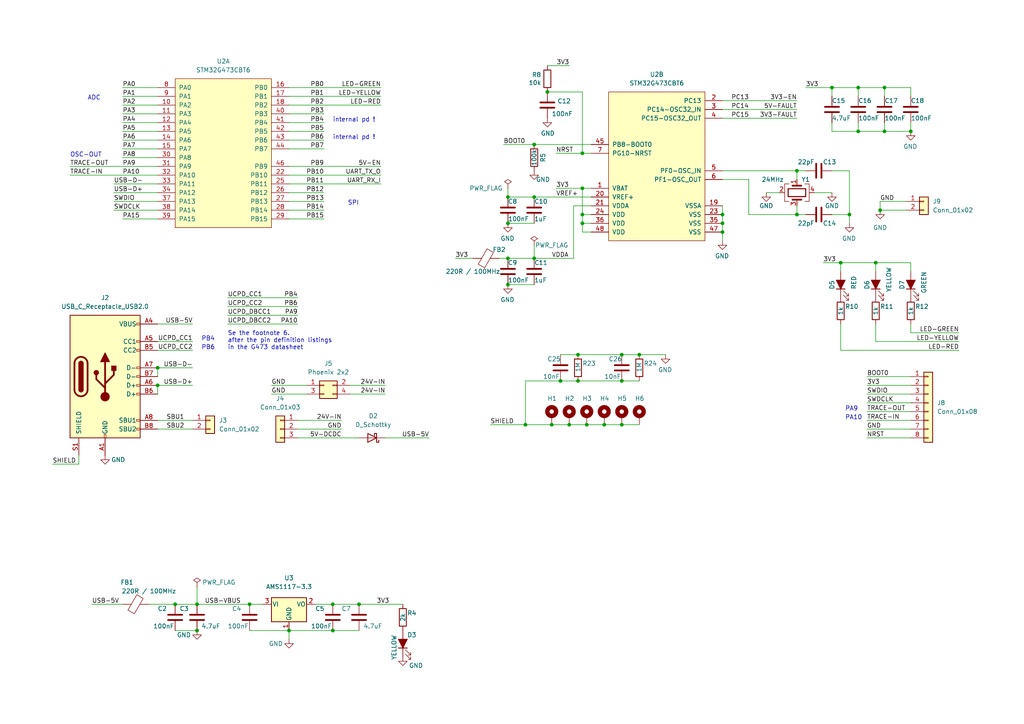
<source format=kicad_sch>
(kicad_sch (version 20211123) (generator eeschema)
  (paper "A4")
  (lib_symbols
    (symbol "Connector:USB_C_Receptacle_USB2.0" (pin_names (offset 1.016))
      (property "Reference" "J" (at -10.16 19.05 0))
      (property "Value" "USB_C_Receptacle_USB2.0" (at 19.05 19.05 0))
      (symbol "USB_C_Receptacle_USB2.0_0_0"
        (rectangle (start -0.254 -17.78) (end 0.254 -16.764))
        (rectangle (start 10.16 -14.986) (end 9.144 -15.494))
        (rectangle (start 10.16 -12.446) (end 9.144 -12.954))
        (rectangle (start 10.16 -4.826) (end 9.144 -5.334))
        (rectangle (start 10.16 -2.286) (end 9.144 -2.794))
        (rectangle (start 10.16 0.254) (end 9.144 -0.254))
        (rectangle (start 10.16 2.794) (end 9.144 2.286))
        (rectangle (start 10.16 7.874) (end 9.144 7.366))
        (rectangle (start 10.16 10.414) (end 9.144 9.906))
        (rectangle (start 10.16 15.494) (end 9.144 14.986))
      )
      (symbol "USB_C_Receptacle_USB2.0_0_1"
        (rectangle (start -10.16 17.78) (end 10.16 -17.78) (stroke (width 0.254)) (fill (type background)))
        (arc (start -8.89 -3.81) (mid -6.985 -5.715) (end -5.08 -3.81) (stroke (width 0.508)))
        (arc (start -7.62 -3.81) (mid -6.985 -4.445) (end -6.35 -3.81) (stroke (width 0.254)))
        (arc (start -7.62 -3.81) (mid -6.985 -4.445) (end -6.35 -3.81) (stroke (width 0.254)) (fill (type outline)))
        (rectangle (start -7.62 -3.81) (end -6.35 3.81) (stroke (width 0.254)) (fill (type outline)))
        (arc (start -6.35 3.81) (mid -6.985 4.445) (end -7.62 3.81) (stroke (width 0.254)))
        (arc (start -6.35 3.81) (mid -6.985 4.445) (end -7.62 3.81) (stroke (width 0.254)) (fill (type outline)))
        (arc (start -5.08 3.81) (mid -6.985 5.715) (end -8.89 3.81) (stroke (width 0.508)))
        (circle (center -2.54 1.143) (radius 0.635) (stroke (width 0.254)) (fill (type outline)))
        (circle (center 0 -5.842) (radius 1.27) (fill (type outline)))
        (polyline (pts (xy -8.89 -3.81) (xy -8.89 3.81)) (stroke (width 0.508)))
        (polyline (pts (xy -5.08 3.81) (xy -5.08 -3.81)) (stroke (width 0.508)))
        (polyline (pts (xy 0 -5.842) (xy 0 4.318)) (stroke (width 0.508)))
        (polyline (pts (xy 0 -3.302) (xy -2.54 -0.762) (xy -2.54 0.508)) (stroke (width 0.508)))
        (polyline (pts (xy 0 -2.032) (xy 2.54 0.508) (xy 2.54 1.778)) (stroke (width 0.508)))
        (polyline (pts (xy -1.27 4.318) (xy 0 6.858) (xy 1.27 4.318) (xy -1.27 4.318)) (stroke (width 0.254)) (fill (type outline)))
        (rectangle (start 1.905 1.778) (end 3.175 3.048) (stroke (width 0.254)) (fill (type outline)))
      )
      (symbol "USB_C_Receptacle_USB2.0_1_1"
        (pin passive line (at 0 -22.86 90) (length 5.08) (name "GND") (number "A1"))
        (pin passive line (at 0 -22.86 90) (length 5.08) hide (name "GND") (number "A12"))
        (pin passive line (at 15.24 15.24 180) (length 5.08) (name "VBUS") (number "A4"))
        (pin bidirectional line (at 15.24 10.16 180) (length 5.08) (name "CC1") (number "A5"))
        (pin bidirectional line (at 15.24 -2.54 180) (length 5.08) (name "D+") (number "A6"))
        (pin bidirectional line (at 15.24 2.54 180) (length 5.08) (name "D-") (number "A7"))
        (pin bidirectional line (at 15.24 -12.7 180) (length 5.08) (name "SBU1") (number "A8"))
        (pin passive line (at 15.24 15.24 180) (length 5.08) hide (name "VBUS") (number "A9"))
        (pin passive line (at 0 -22.86 90) (length 5.08) hide (name "GND") (number "B1"))
        (pin passive line (at 0 -22.86 90) (length 5.08) hide (name "GND") (number "B12"))
        (pin passive line (at 15.24 15.24 180) (length 5.08) hide (name "VBUS") (number "B4"))
        (pin bidirectional line (at 15.24 7.62 180) (length 5.08) (name "CC2") (number "B5"))
        (pin bidirectional line (at 15.24 -5.08 180) (length 5.08) (name "D+") (number "B6"))
        (pin bidirectional line (at 15.24 0 180) (length 5.08) (name "D-") (number "B7"))
        (pin bidirectional line (at 15.24 -15.24 180) (length 5.08) (name "SBU2") (number "B8"))
        (pin passive line (at 15.24 15.24 180) (length 5.08) hide (name "VBUS") (number "B9"))
        (pin passive line (at -7.62 -22.86 90) (length 5.08) (name "SHIELD") (number "S1"))
      )
    )
    (symbol "Connector_Generic:Conn_01x02" (pin_names (offset 1.016) hide)
      (property "Reference" "J" (at 0 2.54 0))
      (property "Value" "Conn_01x02" (at 0 -5.08 0))
      (symbol "Conn_01x02_1_1"
        (rectangle (start -1.27 -2.413) (end 0 -2.667) (stroke (width 0.1524)))
        (rectangle (start -1.27 0.127) (end 0 -0.127) (stroke (width 0.1524)))
        (rectangle (start -1.27 1.27) (end 1.27 -3.81) (stroke (width 0.254)) (fill (type background)))
        (pin passive line (at -5.08 0 0) (length 3.81) (name "Pin_1") (number "1"))
        (pin passive line (at -5.08 -2.54 0) (length 3.81) (name "Pin_2") (number "2"))
      )
    )
    (symbol "Connector_Generic:Conn_01x03" (pin_names (offset 1.016) hide)
      (property "Reference" "J" (at 0 5.08 0))
      (property "Value" "Conn_01x03" (at 0 -5.08 0))
      (symbol "Conn_01x03_1_1"
        (rectangle (start -1.27 -2.413) (end 0 -2.667) (stroke (width 0.1524)))
        (rectangle (start -1.27 0.127) (end 0 -0.127) (stroke (width 0.1524)))
        (rectangle (start -1.27 2.667) (end 0 2.413) (stroke (width 0.1524)))
        (rectangle (start -1.27 3.81) (end 1.27 -3.81) (stroke (width 0.254)) (fill (type background)))
        (pin passive line (at -5.08 2.54 0) (length 3.81) (name "Pin_1") (number "1"))
        (pin passive line (at -5.08 0 0) (length 3.81) (name "Pin_2") (number "2"))
        (pin passive line (at -5.08 -2.54 0) (length 3.81) (name "Pin_3") (number "3"))
      )
    )
    (symbol "Connector_Generic:Conn_01x08" (pin_names (offset 1.016) hide)
      (property "Reference" "J" (at 0 10.16 0))
      (property "Value" "Conn_01x08" (at 0 -12.7 0))
      (symbol "Conn_01x08_1_1"
        (rectangle (start -1.27 -10.033) (end 0 -10.287) (stroke (width 0.1524)))
        (rectangle (start -1.27 -7.493) (end 0 -7.747) (stroke (width 0.1524)))
        (rectangle (start -1.27 -4.953) (end 0 -5.207) (stroke (width 0.1524)))
        (rectangle (start -1.27 -2.413) (end 0 -2.667) (stroke (width 0.1524)))
        (rectangle (start -1.27 0.127) (end 0 -0.127) (stroke (width 0.1524)))
        (rectangle (start -1.27 2.667) (end 0 2.413) (stroke (width 0.1524)))
        (rectangle (start -1.27 5.207) (end 0 4.953) (stroke (width 0.1524)))
        (rectangle (start -1.27 7.747) (end 0 7.493) (stroke (width 0.1524)))
        (rectangle (start -1.27 8.89) (end 1.27 -11.43) (stroke (width 0.254)) (fill (type background)))
        (pin passive line (at -5.08 7.62 0) (length 3.81) (name "Pin_1") (number "1"))
        (pin passive line (at -5.08 5.08 0) (length 3.81) (name "Pin_2") (number "2"))
        (pin passive line (at -5.08 2.54 0) (length 3.81) (name "Pin_3") (number "3"))
        (pin passive line (at -5.08 0 0) (length 3.81) (name "Pin_4") (number "4"))
        (pin passive line (at -5.08 -2.54 0) (length 3.81) (name "Pin_5") (number "5"))
        (pin passive line (at -5.08 -5.08 0) (length 3.81) (name "Pin_6") (number "6"))
        (pin passive line (at -5.08 -7.62 0) (length 3.81) (name "Pin_7") (number "7"))
        (pin passive line (at -5.08 -10.16 0) (length 3.81) (name "Pin_8") (number "8"))
      )
    )
    (symbol "Connector_Generic:Conn_02x02_Odd_Even" (pin_names (offset 1.016) hide)
      (property "Reference" "J" (at 1.27 2.54 0))
      (property "Value" "Conn_02x02_Odd_Even" (at 1.27 -5.08 0))
      (symbol "Conn_02x02_Odd_Even_1_1"
        (rectangle (start -1.27 -2.413) (end 0 -2.667) (stroke (width 0.1524)))
        (rectangle (start -1.27 0.127) (end 0 -0.127) (stroke (width 0.1524)))
        (rectangle (start -1.27 1.27) (end 3.81 -3.81) (stroke (width 0.254)) (fill (type background)))
        (rectangle (start 3.81 -2.413) (end 2.54 -2.667) (stroke (width 0.1524)))
        (rectangle (start 3.81 0.127) (end 2.54 -0.127) (stroke (width 0.1524)))
        (pin passive line (at -5.08 0 0) (length 3.81) (name "Pin_1") (number "1"))
        (pin passive line (at 7.62 0 180) (length 3.81) (name "Pin_2") (number "2"))
        (pin passive line (at -5.08 -2.54 0) (length 3.81) (name "Pin_3") (number "3"))
        (pin passive line (at 7.62 -2.54 180) (length 3.81) (name "Pin_4") (number "4"))
      )
    )
    (symbol "Device:C" (pin_numbers hide) (pin_names (offset 0.254))
      (property "Reference" "C" (at 0.635 2.54 0))
      (property "Value" "C" (at 0.635 -2.54 0))
      (symbol "C_0_1"
        (polyline (pts (xy -2.032 -0.762) (xy 2.032 -0.762)) (stroke (width 0.508)))
        (polyline (pts (xy -2.032 0.762) (xy 2.032 0.762)) (stroke (width 0.508)))
      )
      (symbol "C_1_1"
        (pin passive line (at 0 3.81 270) (length 2.794) (name "~") (number "1"))
        (pin passive line (at 0 -3.81 90) (length 2.794) (name "~") (number "2"))
      )
    )
    (symbol "Device:Crystal_GND24" (pin_names (offset 1.016) hide)
      (property "Reference" "Y" (at 3.175 5.08 0))
      (property "Value" "Crystal_GND24" (at 3.175 3.175 0))
      (symbol "Crystal_GND24_0_1"
        (rectangle (start -1.143 2.54) (end 1.143 -2.54) (stroke (width 0.3048)))
        (polyline (pts (xy -2.54 0) (xy -2.032 0)))
        (polyline (pts (xy -2.032 -1.27) (xy -2.032 1.27)) (stroke (width 0.508)))
        (polyline (pts (xy 0 -3.81) (xy 0 -3.556)))
        (polyline (pts (xy 0 3.556) (xy 0 3.81)))
        (polyline (pts (xy 2.032 -1.27) (xy 2.032 1.27)) (stroke (width 0.508)))
        (polyline (pts (xy 2.032 0) (xy 2.54 0)))
        (polyline (pts (xy -2.54 -2.286) (xy -2.54 -3.556) (xy 2.54 -3.556) (xy 2.54 -2.286)))
        (polyline (pts (xy -2.54 2.286) (xy -2.54 3.556) (xy 2.54 3.556) (xy 2.54 2.286)))
      )
      (symbol "Crystal_GND24_1_1"
        (pin passive line (at -3.81 0 0) (length 1.27) (name "1") (number "1"))
        (pin passive line (at 0 5.08 270) (length 1.27) (name "2") (number "2"))
        (pin passive line (at 3.81 0 180) (length 1.27) (name "3") (number "3"))
        (pin passive line (at 0 -5.08 90) (length 1.27) (name "4") (number "4"))
      )
    )
    (symbol "Device:D_Schottky" (pin_numbers hide) (pin_names (offset 1.016) hide)
      (property "Reference" "D" (at 0 2.54 0))
      (property "Value" "D_Schottky" (at 0 -2.54 0))
      (symbol "D_Schottky_0_1"
        (polyline (pts (xy 1.27 0) (xy -1.27 0)))
        (polyline (pts (xy 1.27 1.27) (xy 1.27 -1.27) (xy -1.27 0) (xy 1.27 1.27)) (stroke (width 0.254)))
        (polyline (pts (xy -1.905 0.635) (xy -1.905 1.27) (xy -1.27 1.27) (xy -1.27 -1.27) (xy -0.635 -1.27) (xy -0.635 -0.635)) (stroke (width 0.254)))
      )
      (symbol "D_Schottky_1_1"
        (pin passive line (at -3.81 0 0) (length 2.54) (name "K") (number "1"))
        (pin passive line (at 3.81 0 180) (length 2.54) (name "A") (number "2"))
      )
    )
    (symbol "Device:FerriteBead" (pin_numbers hide) (pin_names (offset 0))
      (property "Reference" "FB" (at -3.81 0.635 90))
      (property "Value" "FerriteBead" (at 3.81 0 90))
      (symbol "FerriteBead_0_1"
        (polyline (pts (xy 0 -1.27) (xy 0 -1.2192)))
        (polyline (pts (xy 0 1.27) (xy 0 1.2954)))
        (polyline (pts (xy -2.7686 0.4064) (xy -1.7018 2.2606) (xy 2.7686 -0.3048) (xy 1.6764 -2.159) (xy -2.7686 0.4064)))
      )
      (symbol "FerriteBead_1_1"
        (pin passive line (at 0 3.81 270) (length 2.54) (name "~") (number "1"))
        (pin passive line (at 0 -3.81 90) (length 2.54) (name "~") (number "2"))
      )
    )
    (symbol "Device:LED_Filled" (pin_numbers hide) (pin_names (offset 1.016) hide)
      (property "Reference" "D" (at 0 2.54 0))
      (property "Value" "LED_Filled" (at 0 -2.54 0))
      (symbol "LED_Filled_0_1"
        (polyline (pts (xy -1.27 -1.27) (xy -1.27 1.27)) (stroke (width 0.254)))
        (polyline (pts (xy -1.27 0) (xy 1.27 0)))
        (polyline (pts (xy 1.27 -1.27) (xy 1.27 1.27) (xy -1.27 0) (xy 1.27 -1.27)) (stroke (width 0.254)) (fill (type outline)))
        (polyline (pts (xy -3.048 -0.762) (xy -4.572 -2.286) (xy -3.81 -2.286) (xy -4.572 -2.286) (xy -4.572 -1.524)))
        (polyline (pts (xy -1.778 -0.762) (xy -3.302 -2.286) (xy -2.54 -2.286) (xy -3.302 -2.286) (xy -3.302 -1.524)))
      )
      (symbol "LED_Filled_1_1"
        (pin passive line (at -3.81 0 0) (length 2.54) (name "K") (number "1"))
        (pin passive line (at 3.81 0 180) (length 2.54) (name "A") (number "2"))
      )
    )
    (symbol "Device:R" (pin_numbers hide) (pin_names (offset 0))
      (property "Reference" "R" (at 2.032 0 90))
      (property "Value" "R" (at 0 0 90))
      (symbol "R_0_1"
        (rectangle (start -1.016 -2.54) (end 1.016 2.54) (stroke (width 0.254)))
      )
      (symbol "R_1_1"
        (pin passive line (at 0 3.81 270) (length 1.27) (name "~") (number "1"))
        (pin passive line (at 0 -3.81 90) (length 1.27) (name "~") (number "2"))
      )
    )
    (symbol "Mechanical:MountingHole_Pad" (pin_numbers hide) (pin_names (offset 1.016) hide)
      (property "Reference" "H" (at 0 6.35 0))
      (property "Value" "MountingHole_Pad" (at 0 4.445 0))
      (symbol "MountingHole_Pad_0_1"
        (circle (center 0 1.27) (radius 1.27) (stroke (width 1.27)))
      )
      (symbol "MountingHole_Pad_1_1"
        (pin input line (at 0 -2.54 90) (length 2.54) (name "1") (number "1"))
      )
    )
    (symbol "Regulator_Linear:AMS1117-3.3" (pin_names (offset 0.254))
      (property "Reference" "U" (at -3.81 3.175 0))
      (property "Value" "AMS1117-3.3" (at 0 3.175 0))
      (symbol "AMS1117-3.3_0_1"
        (rectangle (start -5.08 -5.08) (end 5.08 1.905) (stroke (width 0.254)) (fill (type background)))
      )
      (symbol "AMS1117-3.3_1_1"
        (pin power_in line (at 0 -7.62 90) (length 2.54) (name "GND") (number "1"))
        (pin power_out line (at 7.62 0 180) (length 2.54) (name "VO") (number "2"))
        (pin power_in line (at -7.62 0 0) (length 2.54) (name "VI") (number "3"))
      )
    )
    (symbol "power:GND" (power) (pin_names (offset 0))
      (property "Value" "GND" (at 0 -3.81 0))
      (symbol "GND_0_1"
        (polyline (pts (xy 0 0) (xy 0 -1.27) (xy 1.27 -1.27) (xy 0 -2.54) (xy -1.27 -1.27) (xy 0 -1.27)))
      )
      (symbol "GND_1_1"
        (pin power_in line (at 0 0 270) (length 0) hide (name "GND") (number "1"))
      )
    )
    (symbol "power:PWR_FLAG" (power) (pin_numbers hide) (pin_names (offset 0) hide)
      (property "Value" "PWR_FLAG" (at 0 3.81 0))
      (symbol "PWR_FLAG_0_0"
        (pin power_out line (at 0 0 90) (length 0) (name "pwr") (number "1"))
      )
      (symbol "PWR_FLAG_0_1"
        (polyline (pts (xy 0 0) (xy 0 1.27) (xy -1.016 1.905) (xy 0 2.54) (xy 1.016 1.905) (xy 0 1.27)))
      )
    )
    (symbol "wittmann:STM32G473CBT6" (pin_names (offset 1.016))
      (property "Reference" "U" (at 7.62 5.08 0))
      (property "Value" "STM32G473CBT6" (at 17.78 5.08 0))
      (symbol "STM32G473CBT6_0_1"
        (rectangle (start 5.08 2.54) (end 33.02 -40.64) (fill (type background)))
      )
      (symbol "STM32G473CBT6_1_1"
        (pin passive line (at 0 -5.08 0) (length 5.08) (name "PA2") (number "10"))
        (pin passive line (at 0 -7.62 0) (length 5.08) (name "PA3") (number "11"))
        (pin passive line (at 0 -10.16 0) (length 5.08) (name "PA4") (number "12"))
        (pin passive line (at 0 -12.7 0) (length 5.08) (name "PA5") (number "13"))
        (pin passive line (at 0 -15.24 0) (length 5.08) (name "PA6") (number "14"))
        (pin passive line (at 0 -17.78 0) (length 5.08) (name "PA7") (number "15"))
        (pin passive line (at 38.1 0 180) (length 5.08) (name "PB0") (number "16"))
        (pin passive line (at 38.1 -2.54 180) (length 5.08) (name "PB1") (number "17"))
        (pin passive line (at 38.1 -5.08 180) (length 5.08) (name "PB2") (number "18"))
        (pin passive line (at 38.1 -25.4 180) (length 5.08) (name "PB10") (number "22"))
        (pin passive line (at 38.1 -27.94 180) (length 5.08) (name "PB11") (number "25"))
        (pin passive line (at 38.1 -30.48 180) (length 5.08) (name "PB12") (number "26"))
        (pin passive line (at 38.1 -33.02 180) (length 5.08) (name "PB13") (number "27"))
        (pin passive line (at 38.1 -35.56 180) (length 5.08) (name "PB14") (number "28"))
        (pin passive line (at 38.1 -38.1 180) (length 5.08) (name "PB15") (number "29"))
        (pin passive line (at 0 -20.32 0) (length 5.08) (name "PA8") (number "30"))
        (pin passive line (at 0 -22.86 0) (length 5.08) (name "PA9") (number "31"))
        (pin passive line (at 0 -25.4 0) (length 5.08) (name "PA10") (number "32"))
        (pin passive line (at 0 -27.94 0) (length 5.08) (name "PA11") (number "33"))
        (pin passive line (at 0 -30.48 0) (length 5.08) (name "PA12") (number "34"))
        (pin passive line (at 0 -33.02 0) (length 5.08) (name "PA13") (number "37"))
        (pin passive line (at 0 -35.56 0) (length 5.08) (name "PA14") (number "38"))
        (pin passive line (at 0 -38.1 0) (length 5.08) (name "PA15") (number "39"))
        (pin passive line (at 38.1 -7.62 180) (length 5.08) (name "PB3") (number "40"))
        (pin passive line (at 38.1 -10.16 180) (length 5.08) (name "PB4") (number "41"))
        (pin passive line (at 38.1 -12.7 180) (length 5.08) (name "PB5") (number "42"))
        (pin passive line (at 38.1 -15.24 180) (length 5.08) (name "PB6") (number "43"))
        (pin passive line (at 38.1 -17.78 180) (length 5.08) (name "PB7") (number "44"))
        (pin passive line (at 38.1 -22.86 180) (length 5.08) (name "PB9") (number "46"))
        (pin passive line (at 0 0 0) (length 5.08) (name "PA0") (number "8"))
        (pin passive line (at 0 -2.54 0) (length 5.08) (name "PA1") (number "9"))
      )
      (symbol "STM32G473CBT6_2_1"
        (pin power_in line (at 0 -25.4 0) (length 5.08) (name "VBAT") (number "1"))
        (pin power_in line (at 38.1 -30.48 180) (length 5.08) (name "VSSA") (number "19"))
        (pin passive line (at 38.1 0 180) (length 5.08) (name "PC13") (number "2"))
        (pin power_in line (at 0 -27.94 0) (length 5.08) (name "VREF+") (number "20"))
        (pin power_in line (at 0 -30.48 0) (length 5.08) (name "VDDA") (number "21"))
        (pin power_in line (at 38.1 -33.02 180) (length 5.08) (name "VSS") (number "23"))
        (pin power_in line (at 0 -33.02 0) (length 5.08) (name "VDD") (number "24"))
        (pin passive line (at 38.1 -2.54 180) (length 5.08) (name "PC14-OSC32_IN") (number "3"))
        (pin power_in line (at 38.1 -35.56 180) (length 5.08) (name "VSS") (number "35"))
        (pin power_in line (at 0 -35.56 0) (length 5.08) (name "VDD") (number "36"))
        (pin passive line (at 38.1 -5.08 180) (length 5.08) (name "PC15-OSC32_OUT") (number "4"))
        (pin passive line (at 0 -12.7 0) (length 5.08) (name "PB8-BOOT0") (number "45"))
        (pin power_in line (at 38.1 -38.1 180) (length 5.08) (name "VSS") (number "47"))
        (pin power_in line (at 0 -38.1 0) (length 5.08) (name "VDD") (number "48"))
        (pin passive line (at 38.1 -20.32 180) (length 5.08) (name "PF0-OSC_IN") (number "5"))
        (pin passive line (at 38.1 -22.86 180) (length 5.08) (name "PF1-OSC_OUT") (number "6"))
        (pin passive line (at 0 -15.24 0) (length 5.08) (name "PG10-NRST") (number "7"))
      )
    )
  )
  (junction (at 168.91 64.77))
  (junction (at 72.39 175.26))
  (junction (at 57.15 182.88))
  (junction (at 256.54 25.4))
  (junction (at 180.34 102.87))
  (junction (at 152.4 123.19))
  (junction (at 154.94 57.15))
  (junction (at 246.38 62.23))
  (junction (at 254 76.2))
  (junction (at 231.14 62.23))
  (junction (at 158.75 26.67))
  (junction (at 167.64 110.49))
  (junction (at 255.27 60.96))
  (junction (at 162.56 110.49))
  (junction (at 147.32 82.55))
  (junction (at 154.94 74.93))
  (junction (at 104.14 175.26))
  (junction (at 45.72 111.76))
  (junction (at 170.18 123.19))
  (junction (at 167.64 102.87))
  (junction (at 45.72 106.68))
  (junction (at 165.1 123.19))
  (junction (at 209.55 62.23))
  (junction (at 147.32 74.93))
  (junction (at 185.42 102.87))
  (junction (at 180.34 110.49))
  (junction (at 50.8 175.26))
  (junction (at 168.91 62.23))
  (junction (at 147.32 64.77))
  (junction (at 96.52 175.26))
  (junction (at 96.52 182.88))
  (junction (at 209.55 67.31))
  (junction (at 168.91 54.61))
  (junction (at 160.02 123.19))
  (junction (at 57.15 175.26))
  (junction (at 264.16 38.1))
  (junction (at 147.32 57.15))
  (junction (at 256.54 38.1))
  (junction (at 180.34 123.19))
  (junction (at 241.3 25.4))
  (junction (at 209.55 64.77))
  (junction (at 154.94 41.91))
  (junction (at 243.84 76.2))
  (junction (at 168.91 44.45))
  (junction (at 248.92 25.4))
  (junction (at 248.92 38.1))
  (junction (at 175.26 123.19))
  (junction (at 231.14 49.53))
  (junction (at 83.82 182.88))
  (wire (pts (xy 241.3 25.4) (xy 248.92 25.4)))
  (wire (pts (xy 83.82 27.94) (xy 110.49 27.94)))
  (wire (pts (xy 217.17 52.07) (xy 209.55 52.07)))
  (wire (pts (xy 231.14 49.53) (xy 233.68 49.53)))
  (wire (pts (xy 222.25 55.88) (xy 226.06 55.88)))
  (wire (pts (xy 256.54 25.4) (xy 248.92 25.4)))
  (wire (pts (xy 185.42 110.49) (xy 180.34 110.49)))
  (wire (pts (xy 83.82 50.8) (xy 110.49 50.8)))
  (wire (pts (xy 33.02 53.34) (xy 45.72 53.34)))
  (wire (pts (xy 167.64 110.49) (xy 162.56 110.49)))
  (wire (pts (xy 251.46 121.92) (xy 264.16 121.92)))
  (wire (pts (xy 162.56 102.87) (xy 167.64 102.87)))
  (wire (pts (xy 209.55 64.77) (xy 209.55 67.31)))
  (wire (pts (xy 43.18 175.26) (xy 50.8 175.26)))
  (wire (pts (xy 35.56 45.72) (xy 45.72 45.72)))
  (wire (pts (xy 171.45 67.31) (xy 168.91 67.31)))
  (wire (pts (xy 243.84 101.6) (xy 278.13 101.6)))
  (wire (pts (xy 86.36 127) (xy 104.14 127)))
  (wire (pts (xy 251.46 114.3) (xy 264.16 114.3)))
  (wire (pts (xy 35.56 43.18) (xy 45.72 43.18)))
  (wire (pts (xy 20.32 48.26) (xy 45.72 48.26)))
  (wire (pts (xy 147.32 64.77) (xy 154.94 64.77)))
  (wire (pts (xy 132.08 74.93) (xy 137.16 74.93)))
  (wire (pts (xy 35.56 30.48) (xy 45.72 30.48)))
  (wire (pts (xy 35.56 40.64) (xy 45.72 40.64)))
  (wire (pts (xy 96.52 182.88) (xy 104.14 182.88)))
  (wire (pts (xy 180.34 123.19) (xy 185.42 123.19)))
  (wire (pts (xy 217.17 62.23) (xy 217.17 52.07)))
  (wire (pts (xy 256.54 35.56) (xy 256.54 38.1)))
  (wire (pts (xy 45.72 111.76) (xy 55.88 111.76)))
  (wire (pts (xy 35.56 63.5) (xy 45.72 63.5)))
  (wire (pts (xy 241.3 35.56) (xy 241.3 38.1)))
  (wire (pts (xy 241.3 49.53) (xy 246.38 49.53)))
  (wire (pts (xy 175.26 123.19) (xy 180.34 123.19)))
  (wire (pts (xy 111.76 127) (xy 124.46 127)))
  (wire (pts (xy 161.29 54.61) (xy 168.91 54.61)))
  (wire (pts (xy 264.16 93.98) (xy 264.16 96.52)))
  (wire (pts (xy 83.82 182.88) (xy 96.52 182.88)))
  (wire (pts (xy 83.82 63.5) (xy 93.98 63.5)))
  (wire (pts (xy 83.82 53.34) (xy 110.49 53.34)))
  (wire (pts (xy 246.38 62.23) (xy 241.3 62.23)))
  (wire (pts (xy 154.94 41.91) (xy 146.05 41.91)))
  (wire (pts (xy 99.06 121.92) (xy 86.36 121.92)))
  (wire (pts (xy 231.14 62.23) (xy 233.68 62.23)))
  (wire (pts (xy 209.55 59.69) (xy 209.55 62.23)))
  (wire (pts (xy 209.55 67.31) (xy 209.55 69.85)))
  (wire (pts (xy 45.72 101.6) (xy 55.88 101.6)))
  (wire (pts (xy 264.16 76.2) (xy 264.16 78.74)))
  (wire (pts (xy 231.14 49.53) (xy 231.14 52.07)))
  (wire (pts (xy 168.91 44.45) (xy 168.91 26.67)))
  (wire (pts (xy 83.82 185.42) (xy 83.82 182.88)))
  (wire (pts (xy 246.38 49.53) (xy 246.38 62.23)))
  (wire (pts (xy 248.92 27.94) (xy 248.92 25.4)))
  (wire (pts (xy 217.17 62.23) (xy 231.14 62.23)))
  (wire (pts (xy 101.6 111.76) (xy 111.76 111.76)))
  (wire (pts (xy 50.8 175.26) (xy 57.15 175.26)))
  (wire (pts (xy 180.34 102.87) (xy 185.42 102.87)))
  (wire (pts (xy 241.3 38.1) (xy 248.92 38.1)))
  (wire (pts (xy 243.84 76.2) (xy 243.84 78.74)))
  (wire (pts (xy 154.94 71.12) (xy 154.94 74.93)))
  (wire (pts (xy 264.16 25.4) (xy 256.54 25.4)))
  (wire (pts (xy 15.24 134.62) (xy 22.86 134.62)))
  (wire (pts (xy 160.02 123.19) (xy 165.1 123.19)))
  (wire (pts (xy 45.72 111.76) (xy 45.72 114.3)))
  (wire (pts (xy 251.46 109.22) (xy 264.16 109.22)))
  (wire (pts (xy 35.56 27.94) (xy 45.72 27.94)))
  (wire (pts (xy 236.22 55.88) (xy 241.3 55.88)))
  (wire (pts (xy 158.75 19.05) (xy 165.1 19.05)))
  (wire (pts (xy 254 76.2) (xy 264.16 76.2)))
  (wire (pts (xy 251.46 111.76) (xy 264.16 111.76)))
  (wire (pts (xy 66.04 86.36) (xy 86.36 86.36)))
  (wire (pts (xy 255.27 58.42) (xy 255.27 60.96)))
  (wire (pts (xy 20.32 50.8) (xy 45.72 50.8)))
  (wire (pts (xy 185.42 102.87) (xy 193.04 102.87)))
  (wire (pts (xy 168.91 26.67) (xy 158.75 26.67)))
  (wire (pts (xy 264.16 38.1) (xy 256.54 38.1)))
  (wire (pts (xy 83.82 60.96) (xy 93.98 60.96)))
  (wire (pts (xy 264.16 96.52) (xy 278.13 96.52)))
  (wire (pts (xy 241.3 25.4) (xy 233.68 25.4)))
  (wire (pts (xy 154.94 74.93) (xy 166.37 74.93)))
  (wire (pts (xy 33.02 60.96) (xy 45.72 60.96)))
  (wire (pts (xy 251.46 119.38) (xy 264.16 119.38)))
  (wire (pts (xy 83.82 43.18) (xy 93.98 43.18)))
  (wire (pts (xy 57.15 175.26) (xy 72.39 175.26)))
  (wire (pts (xy 168.91 54.61) (xy 168.91 62.23)))
  (wire (pts (xy 262.89 58.42) (xy 255.27 58.42)))
  (wire (pts (xy 165.1 123.19) (xy 170.18 123.19)))
  (wire (pts (xy 91.44 175.26) (xy 96.52 175.26)))
  (wire (pts (xy 243.84 93.98) (xy 243.84 101.6)))
  (wire (pts (xy 33.02 58.42) (xy 45.72 58.42)))
  (wire (pts (xy 83.82 33.02) (xy 93.98 33.02)))
  (wire (pts (xy 45.72 121.92) (xy 55.88 121.92)))
  (wire (pts (xy 248.92 35.56) (xy 248.92 38.1)))
  (wire (pts (xy 168.91 64.77) (xy 168.91 67.31)))
  (wire (pts (xy 251.46 116.84) (xy 264.16 116.84)))
  (wire (pts (xy 26.67 175.26) (xy 35.56 175.26)))
  (wire (pts (xy 83.82 30.48) (xy 110.49 30.48)))
  (wire (pts (xy 35.56 25.4) (xy 45.72 25.4)))
  (wire (pts (xy 147.32 82.55) (xy 154.94 82.55)))
  (wire (pts (xy 66.04 88.9) (xy 86.36 88.9)))
  (wire (pts (xy 45.72 124.46) (xy 55.88 124.46)))
  (wire (pts (xy 166.37 59.69) (xy 166.37 74.93)))
  (wire (pts (xy 154.94 57.15) (xy 171.45 57.15)))
  (wire (pts (xy 83.82 58.42) (xy 93.98 58.42)))
  (wire (pts (xy 171.45 64.77) (xy 168.91 64.77)))
  (wire (pts (xy 168.91 44.45) (xy 161.29 44.45)))
  (wire (pts (xy 83.82 38.1) (xy 93.98 38.1)))
  (wire (pts (xy 147.32 57.15) (xy 154.94 57.15)))
  (wire (pts (xy 209.55 34.29) (xy 231.14 34.29)))
  (wire (pts (xy 57.15 170.18) (xy 57.15 175.26)))
  (wire (pts (xy 209.55 31.75) (xy 231.14 31.75)))
  (wire (pts (xy 171.45 62.23) (xy 168.91 62.23)))
  (wire (pts (xy 243.84 76.2) (xy 254 76.2)))
  (wire (pts (xy 209.55 62.23) (xy 209.55 64.77)))
  (wire (pts (xy 83.82 40.64) (xy 93.98 40.64)))
  (wire (pts (xy 78.74 111.76) (xy 88.9 111.76)))
  (wire (pts (xy 264.16 35.56) (xy 264.16 38.1)))
  (wire (pts (xy 66.04 93.98) (xy 86.36 93.98)))
  (wire (pts (xy 256.54 38.1) (xy 248.92 38.1)))
  (wire (pts (xy 45.72 106.68) (xy 55.88 106.68)))
  (wire (pts (xy 72.39 175.26) (xy 76.2 175.26)))
  (wire (pts (xy 170.18 123.19) (xy 175.26 123.19)))
  (wire (pts (xy 254 76.2) (xy 254 78.74)))
  (wire (pts (xy 251.46 124.46) (xy 264.16 124.46)))
  (wire (pts (xy 254 93.98) (xy 254 99.06)))
  (wire (pts (xy 256.54 27.94) (xy 256.54 25.4)))
  (wire (pts (xy 209.55 29.21) (xy 231.14 29.21)))
  (wire (pts (xy 162.56 110.49) (xy 152.4 110.49)))
  (wire (pts (xy 147.32 74.93) (xy 154.94 74.93)))
  (wire (pts (xy 142.24 123.19) (xy 152.4 123.19)))
  (wire (pts (xy 152.4 110.49) (xy 152.4 123.19)))
  (wire (pts (xy 231.14 59.69) (xy 231.14 62.23)))
  (wire (pts (xy 22.86 132.08) (xy 22.86 134.62)))
  (wire (pts (xy 264.16 27.94) (xy 264.16 25.4)))
  (wire (pts (xy 35.56 38.1) (xy 45.72 38.1)))
  (wire (pts (xy 83.82 35.56) (xy 93.98 35.56)))
  (wire (pts (xy 78.74 114.3) (xy 88.9 114.3)))
  (wire (pts (xy 251.46 127) (xy 264.16 127)))
  (wire (pts (xy 72.39 182.88) (xy 83.82 182.88)))
  (wire (pts (xy 171.45 44.45) (xy 168.91 44.45)))
  (wire (pts (xy 254 99.06) (xy 278.13 99.06)))
  (wire (pts (xy 35.56 33.02) (xy 45.72 33.02)))
  (wire (pts (xy 171.45 54.61) (xy 168.91 54.61)))
  (wire (pts (xy 83.82 25.4) (xy 110.49 25.4)))
  (wire (pts (xy 83.82 55.88) (xy 93.98 55.88)))
  (wire (pts (xy 35.56 35.56) (xy 45.72 35.56)))
  (wire (pts (xy 167.64 102.87) (xy 180.34 102.87)))
  (wire (pts (xy 180.34 110.49) (xy 167.64 110.49)))
  (wire (pts (xy 83.82 48.26) (xy 110.49 48.26)))
  (wire (pts (xy 147.32 54.61) (xy 147.32 57.15)))
  (wire (pts (xy 33.02 55.88) (xy 45.72 55.88)))
  (wire (pts (xy 152.4 123.19) (xy 160.02 123.19)))
  (wire (pts (xy 101.6 114.3) (xy 111.76 114.3)))
  (wire (pts (xy 241.3 27.94) (xy 241.3 25.4)))
  (wire (pts (xy 255.27 60.96) (xy 262.89 60.96)))
  (wire (pts (xy 45.72 93.98) (xy 55.88 93.98)))
  (wire (pts (xy 66.04 91.44) (xy 86.36 91.44)))
  (wire (pts (xy 144.78 74.93) (xy 147.32 74.93)))
  (wire (pts (xy 96.52 175.26) (xy 104.14 175.26)))
  (wire (pts (xy 171.45 41.91) (xy 154.94 41.91)))
  (wire (pts (xy 45.72 106.68) (xy 45.72 109.22)))
  (wire (pts (xy 238.76 76.2) (xy 243.84 76.2)))
  (wire (pts (xy 45.72 99.06) (xy 55.88 99.06)))
  (wire (pts (xy 99.06 124.46) (xy 86.36 124.46)))
  (wire (pts (xy 209.55 49.53) (xy 231.14 49.53)))
  (wire (pts (xy 168.91 62.23) (xy 168.91 64.77)))
  (wire (pts (xy 171.45 59.69) (xy 166.37 59.69)))
  (wire (pts (xy 50.8 182.88) (xy 57.15 182.88)))
  (wire (pts (xy 104.14 175.26) (xy 116.84 175.26)))
  (wire (pts (xy 246.38 62.23) (xy 246.38 64.77)))
  (text "PB6" (at 58.42 101.6 0) (effects (font (size 1.27 1.27)) (justify left bottom)))
  (text "PB4" (at 58.42 99.06 0) (effects (font (size 1.27 1.27)) (justify left bottom)))
  (text "PA10" (at 245.11 121.92 0) (effects (font (size 1.27 1.27)) (justify left bottom)))
  (text "Se the footnote 6. \nafter the pin definition listings \nin the G473 datasheet" (at 66.04 101.6 0) (effects (font (size 1.27 1.27)) (justify left bottom)))
  (text "PA9" (at 245.11 119.38 0) (effects (font (size 1.27 1.27)) (justify left bottom)))
  (text "internal pd !" (at 96.52 35.56 0) (effects (font (size 1.27 1.27)) (justify left bottom)))
  (text "OSC-OUT" (at 20.32 45.72 0) (effects (font (size 1.27 1.27)) (justify left bottom)))
  (text "SPI" (at 104.14 59.69 180) (effects (font (size 1.27 1.27)) (justify right bottom)))
  (text "ADC" (at 29.21 29.21 180) (effects (font (size 1.27 1.27)) (justify right bottom)))
  (text "internal pd !" (at 96.52 40.64 0) (effects (font (size 1.27 1.27)) (justify left bottom)))
  (label "GND" (at 78.74 114.3 0))
  (label "USB-D-" (at 55.88 106.68 180))
  (label "PB11" (at 93.98 53.34 180))
  (label "3V3" (at 132.08 74.93 0))
  (label "LED-RED" (at 110.49 30.48 180))
  (label "PA6" (at 35.56 40.64 0))
  (label "5V-FAULT" (at 231.14 31.75 180))
  (label "SWDCLK" (at 33.02 60.96 0))
  (label "UCPD_DBCC1" (at 66.04 91.44 0))
  (label "PA5" (at 35.56 38.1 0))
  (label "UCPD_CC2" (at 55.88 101.6 180))
  (label "PA2" (at 35.56 30.48 0))
  (label "SBU2" (at 48.26 124.46 0))
  (label "BOOT0" (at 146.05 41.91 0))
  (label "PA9" (at 86.36 91.44 180))
  (label "NRST" (at 161.29 44.45 0))
  (label "3V3-FAULT" (at 231.14 34.29 180))
  (label "PB14" (at 93.98 60.96 180))
  (label "PA8" (at 35.56 45.72 0))
  (label "PA9" (at 35.56 48.26 0))
  (label "SHIELD" (at 15.24 134.62 0))
  (label "GND" (at 99.06 124.46 180))
  (label "UCPD_CC2" (at 66.04 88.9 0))
  (label "PB2" (at 93.98 30.48 180))
  (label "GND" (at 78.74 111.76 0))
  (label "LED-GREEN" (at 278.13 96.52 180))
  (label "PA0" (at 35.56 25.4 0))
  (label "GND" (at 251.46 124.46 0))
  (label "PB9" (at 93.98 48.26 180))
  (label "USB-D+" (at 55.88 111.76 180))
  (label "TRACE-OUT" (at 251.46 119.38 0))
  (label "SWDIO" (at 251.46 114.3 0))
  (label "PB4" (at 93.98 35.56 180))
  (label "5V-EN" (at 110.49 48.26 180))
  (label "PA10" (at 35.56 50.8 0))
  (label "3V3" (at 165.1 19.05 180))
  (label "USB-D+" (at 33.02 55.88 0))
  (label "PC15" (at 212.09 34.29 0))
  (label "PB3" (at 93.98 33.02 180))
  (label "NRST" (at 251.46 127 0))
  (label "PC14" (at 212.09 31.75 0))
  (label "SWDCLK" (at 251.46 116.84 0))
  (label "PB7" (at 93.98 43.18 180))
  (label "PA1" (at 35.56 27.94 0))
  (label "3V3" (at 251.46 111.76 0))
  (label "5V-DCDC" (at 99.06 127 180))
  (label "TRACE-IN" (at 20.32 50.8 0))
  (label "LED-YELLOW" (at 278.13 99.06 180))
  (label "PA10" (at 86.36 93.98 180))
  (label "UCPD_CC1" (at 66.04 86.36 0))
  (label "TRACE-OUT" (at 20.32 48.26 0))
  (label "GND" (at 255.27 58.42 0))
  (label "USB-VBUS" (at 69.85 175.26 180))
  (label "SBU1" (at 48.26 121.92 0))
  (label "PB10" (at 93.98 50.8 180))
  (label "24V-IN" (at 111.76 114.3 180))
  (label "3V3" (at 161.29 54.61 0))
  (label "PB6" (at 93.98 40.64 180))
  (label "UCPD_DBCC2" (at 66.04 93.98 0))
  (label "3V3" (at 233.68 25.4 0))
  (label "PA3" (at 35.56 33.02 0))
  (label "3V3-EN" (at 231.14 29.21 180))
  (label "PB13" (at 93.98 58.42 180))
  (label "BOOT0" (at 251.46 109.22 0))
  (label "SHIELD" (at 142.24 123.19 0))
  (label "PB15" (at 93.98 63.5 180))
  (label "PB12" (at 93.98 55.88 180))
  (label "PB5" (at 93.98 38.1 180))
  (label "UCPD_CC1" (at 55.88 99.06 180))
  (label "PB1" (at 93.98 27.94 180))
  (label "24V-IN" (at 111.76 111.76 180))
  (label "PA7" (at 35.56 43.18 0))
  (label "LED-GREEN" (at 110.49 25.4 180))
  (label "USB-5V" (at 124.46 127 180))
  (label "PA15" (at 35.56 63.5 0))
  (label "SWDIO" (at 33.02 58.42 0))
  (label "LED-YELLOW" (at 110.49 27.94 180))
  (label "PB4" (at 86.36 86.36 180))
  (label "VDDA" (at 160.02 74.93 0))
  (label "PB0" (at 93.98 25.4 180))
  (label "LED-RED" (at 278.13 101.6 180))
  (label "UART_TX_O" (at 110.49 50.8 180))
  (label "3V3" (at 109.22 175.26 0))
  (label "PC13" (at 212.09 29.21 0))
  (label "TRACE-IN" (at 251.46 121.92 0))
  (label "PA4" (at 35.56 35.56 0))
  (label "PB6" (at 86.36 88.9 180))
  (label "USB-5V" (at 55.88 93.98 180))
  (label "UART_RX_I" (at 110.49 53.34 180))
  (label "USB-D-" (at 33.02 53.34 0))
  (label "VREF+" (at 161.29 57.15 0))
  (label "24V-IN" (at 99.06 121.92 180))
  (label "3V3" (at 238.76 76.2 0))
  (label "USB-5V" (at 26.67 175.26 0))
  (symbol (lib_id "Connector_Generic:Conn_01x02") (at 267.97 58.42 0) (unit 1)
    (property "Reference" "J9" (at 270.51 58.4199 0) (effects (justify left)))
    (property "Value" "Conn_01x02" (at 270.51 60.9599 0) (effects (justify left)))
    (property "Footprint" "Connector_PinHeader_2.54mm:PinHeader_1x02_P2.54mm_Vertical" (effects hide))
  )
  (symbol (lib_id "Regulator_Linear:AMS1117-3.3") (at 83.82 175.26 0) (unit 1)
    (property "Reference" "U3" (at 83.82 167.64 0))
    (property "Value" "AMS1117-3.3" (at 83.82 170.18 0))
    (property "Footprint" "Package_TO_SOT_SMD:SOT-223-3_TabPin2" (effects hide))
    (property "Datasheet" "http://www.advanced-monolithic.com/pdf/ds1117.pdf" (effects hide))
  )
  (symbol (lib_id "power:PWR_FLAG") (at 154.94 71.12 0) (unit 1)
    (property "Reference" "#FLG0101" (effects hide))
    (property "Value" "PWR_FLAG" (at 160.02 71.12 0))
  )
  (symbol (lib_id "Device:FerriteBead") (at 39.37 175.26 90) (unit 1)
    (property "Reference" "FB1" (at 36.83 168.91 90))
    (property "Value" "220R / 100MHz" (at 43.18 171.45 90))
    (property "Footprint" "Inductor_SMD:L_0603_1608Metric_Pad1.05x0.95mm_HandSolder" (effects hide))
  )
  (symbol (lib_id "Connector_Generic:Conn_01x08") (at 269.24 116.84 0) (unit 1)
    (property "Reference" "J8" (at 271.78 116.8399 0) (effects (justify left)))
    (property "Value" "Conn_01x08" (at 271.78 119.3799 0) (effects (justify left)))
    (property "Footprint" "Connector_PinHeader_2.54mm:PinHeader_1x08_P2.54mm_Horizontal" (effects hide))
  )
  (symbol (lib_id "Device:C") (at 147.32 60.96 0) (unit 1)
    (property "Reference" "C8" (at 147.32 58.42 0) (effects (justify left)))
    (property "Value" "100nF" (at 147.32 63.5 0) (effects (justify left)))
    (property "Footprint" "Capacitor_SMD:C_0603_1608Metric" (effects hide))
  )
  (symbol (lib_id "Device:LED_Filled") (at 254 82.55 90) (unit 1)
    (property "Reference" "D6" (at 251.46 81.28 0) (effects (justify right)))
    (property "Value" "YELLOW" (at 257.81 77.47 0) (effects (justify right)))
    (property "Footprint" "Diode_SMD:D_0603_1608Metric" (effects hide))
  )
  (symbol (lib_id "Device:C") (at 237.49 62.23 90) (mirror x) (unit 1)
    (property "Reference" "C14" (at 242.57 64.77 90) (effects (justify left)))
    (property "Value" "22pF" (at 236.22 64.77 90) (effects (justify left)))
    (property "Footprint" "Capacitor_SMD:C_0603_1608Metric" (effects hide))
  )
  (symbol (lib_id "Connector_Generic:Conn_02x02_Odd_Even") (at 93.98 111.76 0) (unit 1)
    (property "Reference" "J5" (at 95.25 105.41 0))
    (property "Value" "Phoenix 2x2" (at 95.25 107.95 0))
    (property "Footprint" "Wittmann:Phoenix_2x2" (effects hide))
  )
  (symbol (lib_id "Device:C") (at 96.52 179.07 0) (unit 1)
    (property "Reference" "C5" (at 91.44 176.53 0) (effects (justify left)))
    (property "Value" "100nF" (at 90.17 181.61 0) (effects (justify left)))
    (property "Footprint" "Capacitor_SMD:C_0603_1608Metric" (effects hide))
  )
  (symbol (lib_id "wittmann:STM32G473CBT6") (at 45.72 25.4 0) (unit 1)
    (property "Reference" "U2" (at 64.77 17.78 0))
    (property "Value" "STM32G473CBT6" (at 64.77 20.32 0))
    (property "Footprint" "Package_QFP:LQFP-48_7x7mm_P0.5mm" (effects hide))
  )
  (symbol (lib_id "Device:R") (at 167.64 106.68 0) (unit 1)
    (property "Reference" "R23" (at 168.91 105.41 0) (effects (justify left)))
    (property "Value" "1M" (at 167.64 107.95 90) (effects (justify left)))
    (property "Footprint" "Resistor_SMD:R_0603_1608Metric" (effects hide))
  )
  (symbol (lib_id "Device:R") (at 243.84 90.17 0) (unit 1)
    (property "Reference" "R10" (at 245.11 88.9 0) (effects (justify left)))
    (property "Value" "1k" (at 243.84 91.44 90) (effects (justify left)))
    (property "Footprint" "Resistor_SMD:R_0603_1608Metric" (effects hide))
  )
  (symbol (lib_id "Mechanical:MountingHole_Pad") (at 165.1 120.65 0) (unit 1)
    (property "Reference" "H2" (at 163.83 115.57 0) (effects (justify left)))
    (property "Value" "MountingHole_Pad" (effects hide))
    (property "Footprint" "MountingHole:MountingHole_3.2mm_M3_DIN965_Pad" (effects hide))
  )
  (symbol (lib_id "Mechanical:MountingHole_Pad") (at 160.02 120.65 0) (unit 1)
    (property "Reference" "H1" (at 158.75 115.57 0) (effects (justify left)))
    (property "Value" "MountingHole_Pad" (effects hide))
    (property "Footprint" "MountingHole:MountingHole_3.2mm_M3_DIN965_Pad" (effects hide))
  )
  (symbol (lib_id "Device:D_Schottky") (at 107.95 127 180) (unit 1)
    (property "Reference" "D2" (at 108.2675 120.65 0))
    (property "Value" "D_Schottky" (at 108.2675 123.19 0))
    (property "Footprint" "Diode_SMD:D_0603_1608Metric_Pad1.05x0.95mm_HandSolder" (effects hide))
  )
  (symbol (lib_id "Device:C") (at 154.94 60.96 0) (unit 1)
    (property "Reference" "C10" (at 154.94 58.42 0) (effects (justify left)))
    (property "Value" "1uF" (at 154.94 63.5 0) (effects (justify left)))
    (property "Footprint" "Capacitor_SMD:C_0603_1608Metric" (effects hide))
  )
  (symbol (lib_id "Mechanical:MountingHole_Pad") (at 170.18 120.65 0) (unit 1)
    (property "Reference" "H3" (at 168.91 115.57 0) (effects (justify left)))
    (property "Value" "MountingHole_Pad" (effects hide))
    (property "Footprint" "MountingHole:MountingHole_3.2mm_M3_DIN965_Pad" (effects hide))
  )
  (symbol (lib_id "power:GND") (at 30.48 132.08 0) (unit 1)
    (property "Reference" "#PWR03" (effects hide))
    (property "Value" "GND" (at 34.29 133.35 0))
  )
  (symbol (lib_id "Device:R") (at 158.75 22.86 0) (mirror x) (unit 1)
    (property "Reference" "R8" (at 156.972 21.6916 0) (effects (justify right)))
    (property "Value" "10k" (at 156.972 24.003 0) (effects (justify right)))
    (property "Footprint" "Resistor_SMD:R_0603_1608Metric" (effects hide))
  )
  (symbol (lib_id "Device:C") (at 104.14 179.07 0) (unit 1)
    (property "Reference" "C7" (at 99.06 176.53 0) (effects (justify left)))
    (property "Value" "4.7uF" (at 105.41 181.61 0) (effects (justify left)))
    (property "Footprint" "Capacitor_SMD:C_0603_1608Metric" (effects hide))
  )
  (symbol (lib_id "power:GND") (at 154.94 49.53 0) (mirror y) (unit 1)
    (property "Reference" "#PWR012" (effects hide))
    (property "Value" "GND" (at 157.48 52.07 0))
  )
  (symbol (lib_id "Device:LED_Filled") (at 116.84 186.69 90) (unit 1)
    (property "Reference" "D3" (at 118.11 184.15 90) (effects (justify right)))
    (property "Value" "YELLOW" (at 114.3 184.15 0) (effects (justify right)))
    (property "Footprint" "Diode_SMD:D_0603_1608Metric" (effects hide))
  )
  (symbol (lib_id "Connector_Generic:Conn_01x03") (at 81.28 124.46 0) (mirror y) (unit 1)
    (property "Reference" "J4" (at 81.28 115.57 0))
    (property "Value" "Conn_01x03" (at 81.28 118.11 0))
    (property "Footprint" "Converter_DCDC:Converter_DCDC_TRACO_TSR-1_THT" (effects hide))
  )
  (symbol (lib_id "power:PWR_FLAG") (at 57.15 170.18 0) (unit 1)
    (property "Reference" "#FLG02" (effects hide))
    (property "Value" "PWR_FLAG" (at 63.5 168.91 0))
  )
  (symbol (lib_id "Device:R") (at 116.84 179.07 0) (unit 1)
    (property "Reference" "R4" (at 118.11 177.8 0) (effects (justify left)))
    (property "Value" "2k" (at 116.84 180.34 90) (effects (justify left)))
    (property "Footprint" "Resistor_SMD:R_0603_1608Metric" (effects hide))
  )
  (symbol (lib_id "Device:LED_Filled") (at 264.16 82.55 90) (unit 1)
    (property "Reference" "D7" (at 261.62 81.28 0) (effects (justify right)))
    (property "Value" "GREEN" (at 267.97 78.74 0) (effects (justify right)))
    (property "Footprint" "Diode_SMD:D_0603_1608Metric" (effects hide))
  )
  (symbol (lib_id "Mechanical:MountingHole_Pad") (at 180.34 120.65 0) (unit 1)
    (property "Reference" "H5" (at 179.07 115.57 0) (effects (justify left)))
    (property "Value" "MountingHole_Pad" (effects hide))
    (property "Footprint" "MountingHole:MountingHole_3.2mm_M3_DIN965_Pad" (effects hide))
  )
  (symbol (lib_id "power:GND") (at 147.32 64.77 0) (mirror y) (unit 1)
    (property "Reference" "#PWR010" (effects hide))
    (property "Value" "GND" (at 147.193 69.1642 0))
  )
  (symbol (lib_id "Device:C") (at 154.94 78.74 0) (unit 1)
    (property "Reference" "C11" (at 154.94 76.2 0) (effects (justify left)))
    (property "Value" "1uF" (at 154.94 81.28 0) (effects (justify left)))
    (property "Footprint" "Capacitor_SMD:C_0603_1608Metric" (effects hide))
  )
  (symbol (lib_id "Device:C") (at 180.34 106.68 0) (unit 1)
    (property "Reference" "C26" (at 176.53 104.14 0) (effects (justify left)))
    (property "Value" "10nF" (at 175.26 109.22 0) (effects (justify left)))
    (property "Footprint" "Capacitor_SMD:C_0603_1608Metric" (effects hide))
  )
  (symbol (lib_id "power:GND") (at 241.3 55.88 0) (mirror y) (unit 1)
    (property "Reference" "#PWR018" (effects hide))
    (property "Value" "GND" (at 241.3 59.69 0))
  )
  (symbol (lib_id "Device:R") (at 254 90.17 0) (unit 1)
    (property "Reference" "R11" (at 255.27 88.9 0) (effects (justify left)))
    (property "Value" "1k" (at 254 91.44 90) (effects (justify left)))
    (property "Footprint" "Resistor_SMD:R_0603_1608Metric" (effects hide))
  )
  (symbol (lib_id "Connector_Generic:Conn_01x02") (at 60.96 121.92 0) (unit 1)
    (property "Reference" "J3" (at 63.5 121.9199 0) (effects (justify left)))
    (property "Value" "Conn_01x02" (at 63.5 124.4599 0) (effects (justify left)))
    (property "Footprint" "Connector_PinHeader_1.27mm:PinHeader_1x02_P1.27mm_Vertical" (effects hide))
  )
  (symbol (lib_id "Device:C") (at 57.15 179.07 0) (unit 1)
    (property "Reference" "C3" (at 52.07 176.53 0) (effects (justify left)))
    (property "Value" "4.7uF" (at 58.42 181.61 0) (effects (justify left)))
    (property "Footprint" "Capacitor_SMD:C_0603_1608Metric" (effects hide))
  )
  (symbol (lib_id "power:GND") (at 264.16 38.1 0) (mirror y) (unit 1)
    (property "Reference" "#PWR020" (effects hide))
    (property "Value" "GND" (at 264.033 42.4942 0))
  )
  (symbol (lib_id "power:GND") (at 222.25 55.88 0) (mirror y) (unit 1)
    (property "Reference" "#PWR017" (effects hide))
    (property "Value" "GND" (at 222.25 59.69 0))
  )
  (symbol (lib_id "power:GND") (at 193.04 102.87 0) (mirror y) (unit 1)
    (property "Reference" "#PWR028" (effects hide))
    (property "Value" "GND" (at 192.913 107.2642 0))
  )
  (symbol (lib_id "Device:R") (at 185.42 106.68 0) (unit 1)
    (property "Reference" "R24" (at 186.69 105.41 0) (effects (justify left)))
    (property "Value" "1M" (at 185.42 107.95 90) (effects (justify left)))
    (property "Footprint" "Resistor_SMD:R_0603_1608Metric" (effects hide))
  )
  (symbol (lib_id "Device:LED_Filled") (at 243.84 82.55 90) (unit 1)
    (property "Reference" "D5" (at 241.3 81.28 0) (effects (justify right)))
    (property "Value" "RED" (at 247.65 80.01 0) (effects (justify right)))
    (property "Footprint" "Diode_SMD:D_0603_1608Metric" (effects hide))
  )
  (symbol (lib_id "power:GND") (at 255.27 60.96 0) (unit 1)
    (property "Reference" "#PWR021" (effects hide))
    (property "Value" "GND" (at 255.27 66.04 0))
  )
  (symbol (lib_id "Device:C") (at 241.3 31.75 0) (unit 1)
    (property "Reference" "C15" (at 241.3 29.21 0) (effects (justify left)))
    (property "Value" "4.7uF" (at 241.3 34.29 0) (effects (justify left)))
    (property "Footprint" "Capacitor_SMD:C_0603_1608Metric" (effects hide))
  )
  (symbol (lib_id "Device:R") (at 154.94 45.72 0) (mirror x) (unit 1)
    (property "Reference" "R5" (at 157.48 45.72 90))
    (property "Value" "100k" (at 154.94 45.72 90))
    (property "Footprint" "Resistor_SMD:R_0603_1608Metric" (effects hide))
  )
  (symbol (lib_id "Device:C") (at 256.54 31.75 0) (unit 1)
    (property "Reference" "C17" (at 256.54 29.21 0) (effects (justify left)))
    (property "Value" "100nF" (at 256.54 34.29 0) (effects (justify left)))
    (property "Footprint" "Capacitor_SMD:C_0603_1608Metric" (effects hide))
  )
  (symbol (lib_id "power:GND") (at 246.38 64.77 0) (mirror y) (unit 1)
    (property "Reference" "#PWR019" (effects hide))
    (property "Value" "GND" (at 246.253 69.1642 0))
  )
  (symbol (lib_id "power:GND") (at 57.15 182.88 0) (unit 1)
    (property "Reference" "#PWR04" (effects hide))
    (property "Value" "GND" (at 53.34 184.15 0))
  )
  (symbol (lib_id "Device:Crystal_GND24") (at 231.14 55.88 90) (mirror x) (unit 1)
    (property "Reference" "Y1" (at 234.95 52.07 90) (effects (justify left)))
    (property "Value" "24MHz" (at 227.33 52.07 90) (effects (justify left)))
    (property "Footprint" "Crystal:Crystal_SMD_3225-4Pin_3.2x2.5mm" (effects hide))
  )
  (symbol (lib_id "Device:C") (at 72.39 179.07 0) (unit 1)
    (property "Reference" "C4" (at 67.31 176.53 0) (effects (justify left)))
    (property "Value" "100nF" (at 66.04 181.61 0) (effects (justify left)))
    (property "Footprint" "Capacitor_SMD:C_0603_1608Metric" (effects hide))
  )
  (symbol (lib_id "Device:C") (at 248.92 31.75 0) (unit 1)
    (property "Reference" "C16" (at 248.92 29.21 0) (effects (justify left)))
    (property "Value" "100nF" (at 248.92 34.29 0) (effects (justify left)))
    (property "Footprint" "Capacitor_SMD:C_0603_1608Metric" (effects hide))
  )
  (symbol (lib_id "Connector:USB_C_Receptacle_USB2.0") (at 30.48 109.22 0) (unit 1)
    (property "Reference" "J2" (at 30.48 86.36 0))
    (property "Value" "USB_C_Receptacle_USB2.0" (at 30.48 88.9 0))
    (property "Footprint" "Connector_USB:USB_C_Receptacle_XKB_U262-16XN-4BVC11" (effects hide))
    (property "Datasheet" "https://www.usb.org/sites/default/files/documents/usb_type-c.zip" (effects hide))
  )
  (symbol (lib_id "power:GND") (at 83.82 185.42 0) (unit 1)
    (property "Reference" "#PWR07" (effects hide))
    (property "Value" "GND" (at 80.01 186.69 0))
  )
  (symbol (lib_id "Device:FerriteBead") (at 140.97 74.93 90) (unit 1)
    (property "Reference" "FB2" (at 144.78 72.39 90))
    (property "Value" "220R / 100MHz" (at 137.16 78.74 90))
    (property "Footprint" "Inductor_SMD:L_0603_1608Metric_Pad1.05x0.95mm_HandSolder" (effects hide))
  )
  (symbol (lib_id "Device:R") (at 264.16 90.17 0) (unit 1)
    (property "Reference" "R12" (at 265.43 88.9 0) (effects (justify left)))
    (property "Value" "1k" (at 264.16 91.44 90) (effects (justify left)))
    (property "Footprint" "Resistor_SMD:R_0603_1608Metric" (effects hide))
  )
  (symbol (lib_id "power:GND") (at 147.32 82.55 0) (mirror y) (unit 1)
    (property "Reference" "#PWR011" (effects hide))
    (property "Value" "GND" (at 147.193 86.9442 0))
  )
  (symbol (lib_id "Device:C") (at 264.16 31.75 0) (unit 1)
    (property "Reference" "C18" (at 264.16 29.21 0) (effects (justify left)))
    (property "Value" "100nF" (at 264.16 34.29 0) (effects (justify left)))
    (property "Footprint" "Capacitor_SMD:C_0603_1608Metric" (effects hide))
  )
  (symbol (lib_id "Device:C") (at 237.49 49.53 90) (mirror x) (unit 1)
    (property "Reference" "C13" (at 242.57 46.99 90) (effects (justify left)))
    (property "Value" "22pF" (at 236.22 46.99 90) (effects (justify left)))
    (property "Footprint" "Capacitor_SMD:C_0603_1608Metric" (effects hide))
  )
  (symbol (lib_id "Mechanical:MountingHole_Pad") (at 175.26 120.65 0) (unit 1)
    (property "Reference" "H4" (at 173.99 115.57 0) (effects (justify left)))
    (property "Value" "MountingHole_Pad" (effects hide))
    (property "Footprint" "MountingHole:MountingHole_3.2mm_M3_DIN965_Pad" (effects hide))
  )
  (symbol (lib_id "power:GND") (at 209.55 69.85 0) (mirror y) (unit 1)
    (property "Reference" "#PWR016" (effects hide))
    (property "Value" "GND" (at 209.423 74.2442 0))
  )
  (symbol (lib_id "wittmann:STM32G473CBT6") (at 171.45 29.21 0) (unit 2)
    (property "Reference" "U2" (at 190.5 21.59 0))
    (property "Value" "STM32G473CBT6" (at 190.5 24.13 0))
    (property "Footprint" "Package_QFP:LQFP-48_7x7mm_P0.5mm" (effects hide))
  )
  (symbol (lib_id "Device:C") (at 50.8 179.07 0) (unit 1)
    (property "Reference" "C2" (at 45.72 176.53 0) (effects (justify left)))
    (property "Value" "100nF" (at 44.45 181.61 0) (effects (justify left)))
    (property "Footprint" "Capacitor_SMD:C_0603_1608Metric" (effects hide))
  )
  (symbol (lib_id "power:GND") (at 158.75 34.29 0) (unit 1)
    (property "Reference" "#PWR014" (effects hide))
    (property "Value" "GND" (at 158.877 38.6842 0))
  )
  (symbol (lib_id "power:GND") (at 116.84 190.5 0) (unit 1)
    (property "Reference" "#PWR09" (effects hide))
    (property "Value" "GND" (at 120.65 193.04 0))
  )
  (symbol (lib_id "Device:C") (at 147.32 78.74 0) (unit 1)
    (property "Reference" "C9" (at 147.32 76.2 0) (effects (justify left)))
    (property "Value" "100nF" (at 147.32 81.28 0) (effects (justify left)))
    (property "Footprint" "Capacitor_SMD:C_0603_1608Metric" (effects hide))
  )
  (symbol (lib_id "Device:C") (at 162.56 106.68 0) (unit 1)
    (property "Reference" "C25" (at 158.75 104.14 0) (effects (justify left)))
    (property "Value" "10nF" (at 157.48 109.22 0) (effects (justify left)))
    (property "Footprint" "Capacitor_SMD:C_0603_1608Metric" (effects hide))
  )
  (symbol (lib_id "power:PWR_FLAG") (at 147.32 54.61 0) (unit 1)
    (property "Reference" "#FLG0102" (effects hide))
    (property "Value" "PWR_FLAG" (at 140.97 54.61 0))
  )
  (symbol (lib_id "Mechanical:MountingHole_Pad") (at 185.42 120.65 0) (unit 1)
    (property "Reference" "H6" (at 184.15 115.57 0) (effects (justify left)))
    (property "Value" "MountingHole_Pad" (effects hide))
    (property "Footprint" "MountingHole:MountingHole_3.2mm_M3_DIN965_Pad" (effects hide))
  )
  (symbol (lib_id "Device:C") (at 158.75 30.48 0) (unit 1)
    (property "Reference" "C12" (at 161.671 29.3116 0) (effects (justify left)))
    (property "Value" "100nF" (at 160.02 33.02 0) (effects (justify left)))
    (property "Footprint" "Capacitor_SMD:C_0603_1608Metric" (effects hide))
  )
)
</source>
